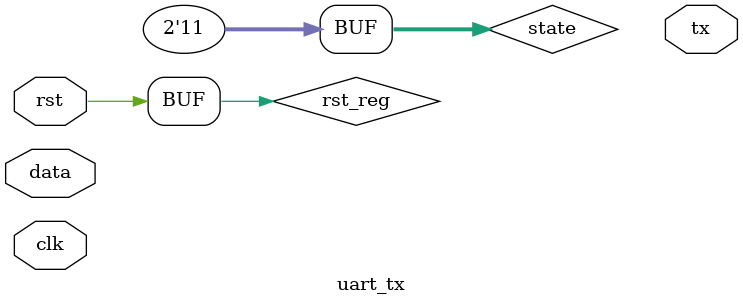
<source format=v>
`define START 2'b00
`define DATA 2'b01
`define STOP 2'b10
`define IDLE 2'b11

module uart_tx
    #(parameter BAUD = 9600, F = 50000000)
    (
            input wire rst,
            input wire clk,
            input wire [7:0] data,
            output wire tx
);

    reg [1:0] state = `IDLE;
    reg [7:0] data_reg;
        reg rst_reg;
        assign rst = rst_reg;
       
        always @(posedge clk) begin
                case(state)
                        `START: rst_reg = 1'b1;
                        `DATA: rst_reg = 1'b1;
                        `STOP: rst_reg = 1'b0;
                        `IDLE: rst_reg = 1'b0;
                        default: rst_reg = 1'b0;
                endcase
        end

        // Generate clock cycle for data transmission
    counter #(.N((F+BAUD/2)/BAUD)) ctx (
        .clk(clk),
        .rst(rst),
        .ce(1'b1),
        .q(),
        .ov()
    );

endmodule

</source>
